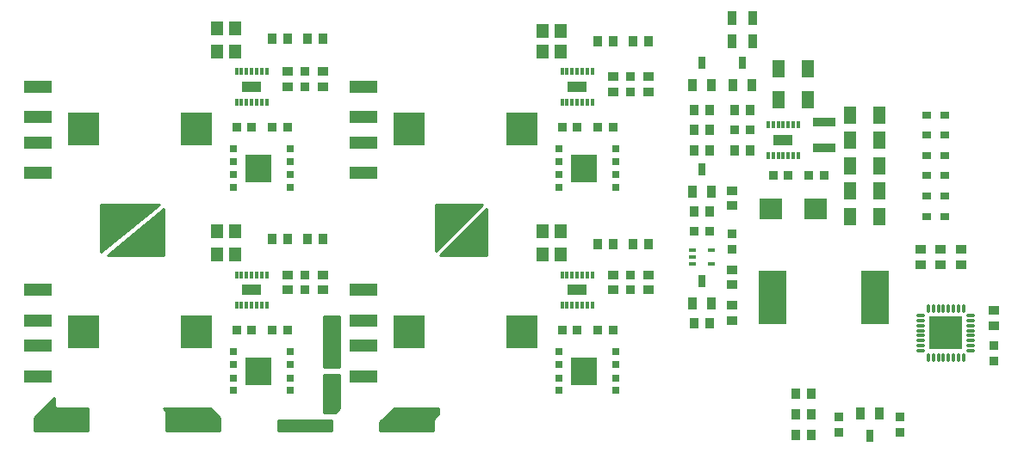
<source format=gbr>
G04 #@! TF.FileFunction,Paste,Top*
%FSLAX46Y46*%
G04 Gerber Fmt 4.6, Leading zero omitted, Abs format (unit mm)*
G04 Created by KiCad (PCBNEW (2016-06-29 BZR 6959, Git 30386bd)-product) date Sat Jul  2 22:02:46 2016*
%MOMM*%
%LPD*%
G01*
G04 APERTURE LIST*
%ADD10C,0.100000*%
%ADD11R,1.980000X1.020000*%
%ADD12R,0.300000X0.800000*%
%ADD13R,1.150000X1.450000*%
%ADD14R,0.850000X1.000000*%
%ADD15R,1.000000X0.850000*%
%ADD16R,0.950000X0.900000*%
%ADD17R,0.900000X0.950000*%
%ADD18R,3.100000X3.300000*%
%ADD19R,2.577000X2.706000*%
%ADD20R,0.675000X0.675000*%
%ADD21R,0.655000X0.675000*%
%ADD22R,0.750000X0.675000*%
%ADD23R,2.700000X1.150000*%
%ADD24R,0.900000X1.300000*%
%ADD25R,0.800000X1.300000*%
%ADD26R,0.750000X0.400000*%
%ADD27R,2.800000X5.300000*%
%ADD28R,0.950000X1.450000*%
%ADD29R,2.300000X0.950000*%
%ADD30R,2.200000X2.150000*%
%ADD31R,1.200000X1.800000*%
%ADD32O,0.900000X0.300000*%
%ADD33O,0.300000X0.900000*%
%ADD34R,3.250000X3.250000*%
%ADD35R,0.899160X0.800100*%
%ADD36C,0.254000*%
G04 APERTURE END LIST*
D10*
D11*
X77000000Y-13500000D03*
D12*
X78500000Y-12000000D03*
X78000000Y-12000000D03*
X77500000Y-12000000D03*
X77000000Y-12000000D03*
X76500000Y-12000000D03*
X76000000Y-12000000D03*
X75500000Y-12000000D03*
X75500000Y-15000000D03*
X76000000Y-15000000D03*
X76500000Y-15000000D03*
X77000000Y-15000000D03*
X77500000Y-15000000D03*
X78000000Y-15000000D03*
X78500000Y-15000000D03*
D11*
X56750000Y-28250000D03*
D12*
X58250000Y-26750000D03*
X57750000Y-26750000D03*
X57250000Y-26750000D03*
X56750000Y-26750000D03*
X56250000Y-26750000D03*
X55750000Y-26750000D03*
X55250000Y-26750000D03*
X55250000Y-29750000D03*
X55750000Y-29750000D03*
X56250000Y-29750000D03*
X56750000Y-29750000D03*
X57250000Y-29750000D03*
X57750000Y-29750000D03*
X58250000Y-29750000D03*
D11*
X56750000Y-8250000D03*
D12*
X58250000Y-6750000D03*
X57750000Y-6750000D03*
X57250000Y-6750000D03*
X56750000Y-6750000D03*
X56250000Y-6750000D03*
X55750000Y-6750000D03*
X55250000Y-6750000D03*
X55250000Y-9750000D03*
X55750000Y-9750000D03*
X56250000Y-9750000D03*
X56750000Y-9750000D03*
X57250000Y-9750000D03*
X57750000Y-9750000D03*
X58250000Y-9750000D03*
D11*
X24750000Y-28250000D03*
D12*
X26250000Y-26750000D03*
X25750000Y-26750000D03*
X25250000Y-26750000D03*
X24750000Y-26750000D03*
X24250000Y-26750000D03*
X23750000Y-26750000D03*
X23250000Y-26750000D03*
X23250000Y-29750000D03*
X23750000Y-29750000D03*
X24250000Y-29750000D03*
X24750000Y-29750000D03*
X25250000Y-29750000D03*
X25750000Y-29750000D03*
X26250000Y-29750000D03*
D11*
X24750000Y-8250000D03*
D12*
X26250000Y-6750000D03*
X25750000Y-6750000D03*
X25250000Y-6750000D03*
X24750000Y-6750000D03*
X24250000Y-6750000D03*
X23750000Y-6750000D03*
X23250000Y-6750000D03*
X23250000Y-9750000D03*
X23750000Y-9750000D03*
X24250000Y-9750000D03*
X24750000Y-9750000D03*
X25250000Y-9750000D03*
X25750000Y-9750000D03*
X26250000Y-9750000D03*
D13*
X55150000Y-24750000D03*
X53350000Y-24750000D03*
D14*
X60250000Y-23750000D03*
X58750000Y-23750000D03*
X63750000Y-23750000D03*
X62250000Y-23750000D03*
D15*
X60250000Y-28250000D03*
X60250000Y-26750000D03*
D16*
X62000000Y-28250000D03*
X62000000Y-26750000D03*
D13*
X55150000Y-22500000D03*
X53350000Y-22500000D03*
D15*
X63750000Y-28250000D03*
X63750000Y-26750000D03*
D17*
X56750000Y-12200000D03*
X55250000Y-12200000D03*
D18*
X40201846Y-12354753D03*
X51301846Y-12354753D03*
D19*
X57425000Y-16250000D03*
D20*
X54950000Y-18167500D03*
X54950000Y-16910000D03*
X54950000Y-15590000D03*
D21*
X54950000Y-14332500D03*
D22*
X60502500Y-14332500D03*
X60502500Y-15590000D03*
X60502500Y-16910000D03*
X60502500Y-18167500D03*
D17*
X58750000Y-12200000D03*
X60250000Y-12200000D03*
D15*
X63750000Y-8750000D03*
X63750000Y-7250000D03*
D16*
X62000000Y-8750000D03*
X62000000Y-7250000D03*
D13*
X55150000Y-2750000D03*
X53350000Y-2750000D03*
D14*
X63750000Y-3750000D03*
X62250000Y-3750000D03*
D13*
X55150000Y-4750000D03*
X53350000Y-4750000D03*
D14*
X60250000Y-3750000D03*
X58750000Y-3750000D03*
D15*
X60250000Y-8750000D03*
X60250000Y-7250000D03*
D23*
X35750000Y-31250000D03*
X35750000Y-28250000D03*
X35750000Y-33750000D03*
X35750000Y-36750000D03*
D18*
X40201846Y-32354753D03*
X51301846Y-32354753D03*
D23*
X35750000Y-13750000D03*
X35750000Y-16750000D03*
X35750000Y-11250000D03*
X35750000Y-8250000D03*
D17*
X58750000Y-32200000D03*
X60250000Y-32200000D03*
X56750000Y-32200000D03*
X55250000Y-32200000D03*
D19*
X57422500Y-36250000D03*
D20*
X54947500Y-38167500D03*
X54947500Y-36910000D03*
X54947500Y-35590000D03*
D21*
X54947500Y-34332500D03*
D22*
X60500000Y-34332500D03*
X60500000Y-35590000D03*
X60500000Y-36910000D03*
X60500000Y-38167500D03*
D17*
X26750000Y-12200000D03*
X28250000Y-12200000D03*
D19*
X25425000Y-16250000D03*
D20*
X22950000Y-18167500D03*
X22950000Y-16910000D03*
X22950000Y-15590000D03*
D21*
X22950000Y-14332500D03*
D22*
X28502500Y-14332500D03*
X28502500Y-15590000D03*
X28502500Y-16910000D03*
X28502500Y-18167500D03*
D23*
X3750000Y-11250000D03*
X3750000Y-8250000D03*
D18*
X8201846Y-12354753D03*
X19301846Y-12354753D03*
D23*
X3750000Y-13750000D03*
X3750000Y-16750000D03*
D17*
X24750000Y-12200000D03*
X23250000Y-12200000D03*
D13*
X23150000Y-4750000D03*
X21350000Y-4750000D03*
D16*
X30000000Y-8250000D03*
X30000000Y-6750000D03*
D14*
X28250000Y-3500000D03*
X26750000Y-3500000D03*
D15*
X31750000Y-8250000D03*
X31750000Y-6750000D03*
D14*
X31750000Y-3500000D03*
X30250000Y-3500000D03*
D15*
X28250000Y-8250000D03*
X28250000Y-6750000D03*
D13*
X23150000Y-2500000D03*
X21350000Y-2500000D03*
D19*
X25425000Y-36250000D03*
D20*
X22950000Y-38167500D03*
X22950000Y-36910000D03*
X22950000Y-35590000D03*
D21*
X22950000Y-34332500D03*
D22*
X28502500Y-34332500D03*
X28502500Y-35590000D03*
X28502500Y-36910000D03*
X28502500Y-38167500D03*
D18*
X8201846Y-32354753D03*
X19301846Y-32354753D03*
D17*
X24750000Y-32200000D03*
X23250000Y-32200000D03*
D15*
X28250000Y-28250000D03*
X28250000Y-26750000D03*
D14*
X31750000Y-23250000D03*
X30250000Y-23250000D03*
X28250000Y-23250000D03*
X26750000Y-23250000D03*
D15*
X31750000Y-28250000D03*
X31750000Y-26750000D03*
D23*
X3750000Y-33750000D03*
X3750000Y-36750000D03*
X3750000Y-31250000D03*
X3750000Y-28250000D03*
D13*
X23150000Y-22500000D03*
X21350000Y-22500000D03*
X23150000Y-24750000D03*
X21350000Y-24750000D03*
D17*
X26750000Y-32200000D03*
X28250000Y-32200000D03*
D16*
X30000000Y-28250000D03*
X30000000Y-26750000D03*
D24*
X68050000Y-8100000D03*
X69950000Y-8100000D03*
D25*
X69000000Y-5900000D03*
D24*
X68050000Y-18600000D03*
X69950000Y-18600000D03*
D25*
X69000000Y-16400000D03*
D24*
X72050000Y-8100000D03*
X73950000Y-8100000D03*
D25*
X73000000Y-5900000D03*
D24*
X68050000Y-29600000D03*
X69950000Y-29600000D03*
D25*
X69000000Y-27400000D03*
D26*
X68050000Y-24350000D03*
X68050000Y-25650000D03*
X68050000Y-25000000D03*
X69950000Y-25650000D03*
X69950000Y-24350000D03*
D27*
X86050000Y-29000000D03*
X75950000Y-29000000D03*
D28*
X74000000Y-3750000D03*
X72000000Y-3750000D03*
X74000000Y-1500000D03*
X72000000Y-1500000D03*
D14*
X73750000Y-14500000D03*
X72250000Y-14500000D03*
X69750000Y-20500000D03*
X68250000Y-20500000D03*
X68250000Y-10500000D03*
X69750000Y-10500000D03*
X69750000Y-14500000D03*
X68250000Y-14500000D03*
X68250000Y-12500000D03*
X69750000Y-12500000D03*
D15*
X72000000Y-18450000D03*
X72000000Y-19950000D03*
D14*
X73750000Y-10500000D03*
X72250000Y-10500000D03*
D15*
X72000000Y-31250000D03*
X72000000Y-29750000D03*
X72000000Y-27750000D03*
X72000000Y-26250000D03*
D14*
X68250000Y-31500000D03*
X69750000Y-31500000D03*
D29*
X81000000Y-11750000D03*
X81000000Y-14250000D03*
D30*
X75800000Y-20250000D03*
X80200000Y-20250000D03*
D31*
X83550000Y-11000000D03*
X86450000Y-11000000D03*
X83550000Y-13500000D03*
X86450000Y-13500000D03*
X83550000Y-16000000D03*
X86450000Y-16000000D03*
X83550000Y-21000000D03*
X86450000Y-21000000D03*
X76550000Y-9500000D03*
X79450000Y-9500000D03*
X83550000Y-18500000D03*
X86450000Y-18500000D03*
D17*
X79500000Y-17000000D03*
X81000000Y-17000000D03*
X69750000Y-22500000D03*
X68250000Y-22500000D03*
D16*
X72000000Y-22750000D03*
X72000000Y-24250000D03*
D17*
X77500000Y-17000000D03*
X76000000Y-17000000D03*
X73750000Y-12500000D03*
X72250000Y-12500000D03*
D32*
X90550000Y-30750000D03*
X90550000Y-31250000D03*
X90550000Y-31750000D03*
X90550000Y-32250000D03*
X90550000Y-32750000D03*
X90550000Y-33250000D03*
X90550000Y-33750000D03*
X90550000Y-34250000D03*
D33*
X91250000Y-34950000D03*
X91750000Y-34950000D03*
X92250000Y-34950000D03*
X92750000Y-34950000D03*
X93250000Y-34950000D03*
X93750000Y-34950000D03*
X94250000Y-34950000D03*
X94750000Y-34950000D03*
D32*
X95450000Y-34250000D03*
X95450000Y-33750000D03*
X95450000Y-33250000D03*
X95450000Y-32750000D03*
X95450000Y-32250000D03*
X95450000Y-31750000D03*
X95450000Y-31250000D03*
X95450000Y-30750000D03*
D33*
X94750000Y-30050000D03*
X94250000Y-30050000D03*
X93750000Y-30050000D03*
X93250000Y-30050000D03*
X92750000Y-30050000D03*
X92250000Y-30050000D03*
X91750000Y-30050000D03*
X91250000Y-30050000D03*
D34*
X93000000Y-32500000D03*
D31*
X76550000Y-6500000D03*
X79450000Y-6500000D03*
D24*
X86450000Y-40400000D03*
X84550000Y-40400000D03*
D25*
X85500000Y-42600000D03*
D14*
X78250000Y-40500000D03*
X79750000Y-40500000D03*
X78250000Y-42500000D03*
X79750000Y-42500000D03*
D16*
X97750000Y-35250000D03*
X97750000Y-33750000D03*
X82500000Y-40750000D03*
X82500000Y-42250000D03*
X88500000Y-42250000D03*
X88500000Y-40750000D03*
D14*
X78250000Y-38500000D03*
X79750000Y-38500000D03*
D15*
X97750000Y-30250000D03*
X97750000Y-31750000D03*
D35*
X92899160Y-17000000D03*
X91100840Y-17000000D03*
X92899160Y-19000000D03*
X91100840Y-19000000D03*
X92899160Y-21000000D03*
X91100840Y-21000000D03*
X92899160Y-15000000D03*
X91100840Y-15000000D03*
X92899160Y-13000000D03*
X91100840Y-13000000D03*
X92899160Y-11000000D03*
X91100840Y-11000000D03*
D15*
X92500000Y-24250000D03*
X92500000Y-25750000D03*
X94500000Y-24250000D03*
X94500000Y-25750000D03*
X90500000Y-24250000D03*
X90500000Y-25750000D03*
D36*
G36*
X9877000Y-24485761D02*
X9877000Y-19877000D01*
X15637952Y-19877000D01*
X9877000Y-24485761D01*
X9877000Y-24485761D01*
G37*
X9877000Y-24485761D02*
X9877000Y-19877000D01*
X15637952Y-19877000D01*
X9877000Y-24485761D01*
G36*
X16123000Y-24873000D02*
X10600780Y-24873000D01*
X16123000Y-20271150D01*
X16123000Y-24873000D01*
X16123000Y-24873000D01*
G37*
X16123000Y-24873000D02*
X10600780Y-24873000D01*
X16123000Y-20271150D01*
X16123000Y-24873000D01*
G36*
X42877000Y-24443394D02*
X42877000Y-19877000D01*
X47443394Y-19877000D01*
X42877000Y-24443394D01*
X42877000Y-24443394D01*
G37*
X42877000Y-24443394D02*
X42877000Y-19877000D01*
X47443394Y-19877000D01*
X42877000Y-24443394D01*
G36*
X47873000Y-24873000D02*
X43306606Y-24873000D01*
X47873000Y-20306606D01*
X47873000Y-24873000D01*
X47873000Y-24873000D01*
G37*
X47873000Y-24873000D02*
X43306606Y-24873000D01*
X47873000Y-20306606D01*
X47873000Y-24873000D01*
G36*
X32623000Y-42123000D02*
X27377000Y-42123000D01*
X27377000Y-41127000D01*
X32623000Y-41127000D01*
X32623000Y-42123000D01*
X32623000Y-42123000D01*
G37*
X32623000Y-42123000D02*
X27377000Y-42123000D01*
X27377000Y-41127000D01*
X32623000Y-41127000D01*
X32623000Y-42123000D01*
G36*
X33373000Y-39947394D02*
X32947394Y-40373000D01*
X31877000Y-40373000D01*
X31877000Y-36627000D01*
X33373000Y-36627000D01*
X33373000Y-39947394D01*
X33373000Y-39947394D01*
G37*
X33373000Y-39947394D02*
X32947394Y-40373000D01*
X31877000Y-40373000D01*
X31877000Y-36627000D01*
X33373000Y-36627000D01*
X33373000Y-39947394D01*
G36*
X33373000Y-35873000D02*
X31877000Y-35873000D01*
X31877000Y-30877000D01*
X33373000Y-30877000D01*
X33373000Y-35873000D01*
X33373000Y-35873000D01*
G37*
X33373000Y-35873000D02*
X31877000Y-35873000D01*
X31877000Y-30877000D01*
X33373000Y-30877000D01*
X33373000Y-35873000D01*
G36*
X5373000Y-39750000D02*
X5382667Y-39798601D01*
X5410197Y-39839803D01*
X5451399Y-39867333D01*
X5500000Y-39877000D01*
X8623000Y-39877000D01*
X8623000Y-42123000D01*
X3377000Y-42123000D01*
X3377000Y-40802606D01*
X5302606Y-38877000D01*
X5373000Y-38877000D01*
X5373000Y-39750000D01*
X5373000Y-39750000D01*
G37*
X5373000Y-39750000D02*
X5382667Y-39798601D01*
X5410197Y-39839803D01*
X5451399Y-39867333D01*
X5500000Y-39877000D01*
X8623000Y-39877000D01*
X8623000Y-42123000D01*
X3377000Y-42123000D01*
X3377000Y-40802606D01*
X5302606Y-38877000D01*
X5373000Y-38877000D01*
X5373000Y-39750000D01*
G36*
X21623000Y-40802606D02*
X21623000Y-42123000D01*
X16377000Y-42123000D01*
X16377000Y-40250000D01*
X16367333Y-40201399D01*
X16339803Y-40160197D01*
X16127000Y-39947394D01*
X16127000Y-39877000D01*
X20697394Y-39877000D01*
X21623000Y-40802606D01*
X21623000Y-40802606D01*
G37*
X21623000Y-40802606D02*
X21623000Y-42123000D01*
X16377000Y-42123000D01*
X16377000Y-40250000D01*
X16367333Y-40201399D01*
X16339803Y-40160197D01*
X16127000Y-39947394D01*
X16127000Y-39877000D01*
X20697394Y-39877000D01*
X21623000Y-40802606D01*
G36*
X43123000Y-40447394D02*
X42660197Y-40910197D01*
X42632667Y-40951399D01*
X42623000Y-41000000D01*
X42623000Y-42123000D01*
X37377000Y-42123000D01*
X37377000Y-41302606D01*
X38802606Y-39877000D01*
X43123000Y-39877000D01*
X43123000Y-40447394D01*
X43123000Y-40447394D01*
G37*
X43123000Y-40447394D02*
X42660197Y-40910197D01*
X42632667Y-40951399D01*
X42623000Y-41000000D01*
X42623000Y-42123000D01*
X37377000Y-42123000D01*
X37377000Y-41302606D01*
X38802606Y-39877000D01*
X43123000Y-39877000D01*
X43123000Y-40447394D01*
M02*

</source>
